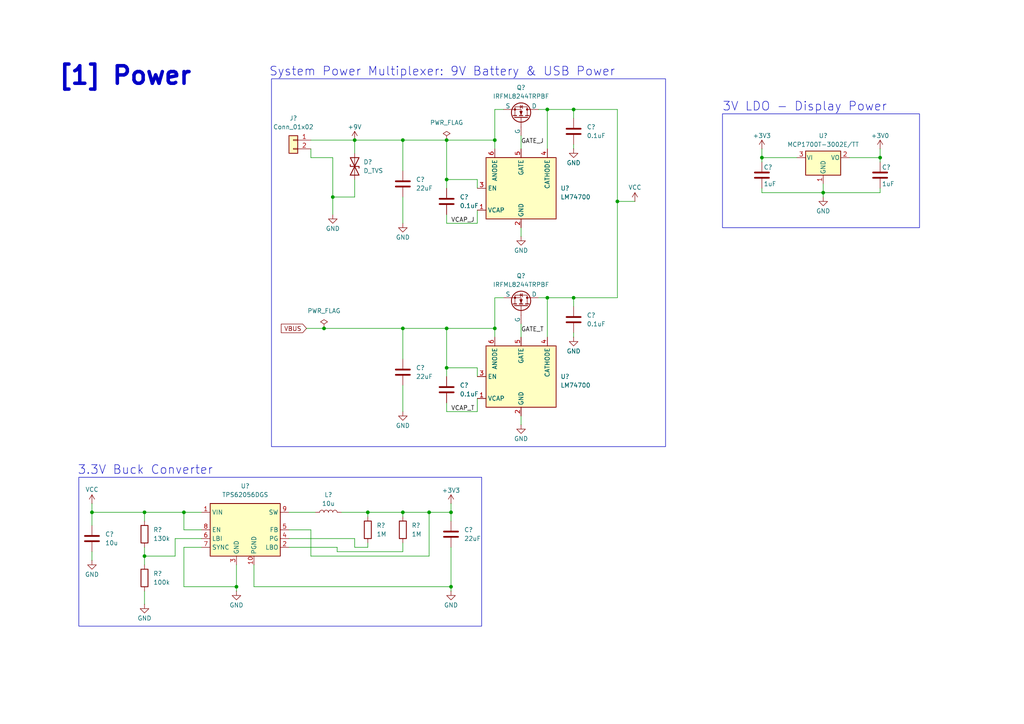
<source format=kicad_sch>
(kicad_sch (version 20231120) (generator "eeschema") (generator_version "8.0")
  (paper "A4")
  (lib_symbols
    (symbol "Connector_Generic:Conn_01x02" (pin_names (offset 1.016) hide)
      (property "Reference" "J" (at 0 2.54 0))
      (property "Value" "Conn_01x02" (at 0 -5.08 0))
      (symbol "Conn_01x02_1_1"
        (rectangle (start -1.27 -2.413) (end 0 -2.667) (stroke (width 0.1524)))
        (rectangle (start -1.27 0.127) (end 0 -0.127) (stroke (width 0.1524)))
        (rectangle (start -1.27 1.27) (end 1.27 -3.81) (stroke (width 0.254)) (fill (type background)))
        (pin passive line (at -5.08 0 0) (length 3.81) (name "Pin_1") (number "1"))
        (pin passive line (at -5.08 -2.54 0) (length 3.81) (name "Pin_2") (number "2"))
      )
    )
    (symbol "Device:C" (pin_numbers hide) (pin_names (offset 0.254))
      (property "Reference" "C" (at 0.635 2.54 0))
      (property "Value" "C" (at 0.635 -2.54 0))
      (symbol "C_0_1"
        (polyline (pts (xy -2.032 -0.762) (xy 2.032 -0.762)) (stroke (width 0.508)))
        (polyline (pts (xy -2.032 0.762) (xy 2.032 0.762)) (stroke (width 0.508)))
      )
      (symbol "C_1_1"
        (pin passive line (at 0 3.81 270) (length 2.794) (name "~") (number "1"))
        (pin passive line (at 0 -3.81 90) (length 2.794) (name "~") (number "2"))
      )
    )
    (symbol "Device:D_TVS" (pin_numbers hide) (pin_names (offset 1.016) hide)
      (property "Reference" "D" (at 0 2.54 0))
      (property "Value" "D_TVS" (at 0 -2.54 0))
      (symbol "D_TVS_0_1"
        (polyline (pts (xy 1.27 0) (xy -1.27 0)))
        (polyline (pts (xy 0.508 1.27) (xy 0 1.27) (xy 0 -1.27) (xy -0.508 -1.27)) (stroke (width 0.254)))
        (polyline (pts (xy -2.54 1.27) (xy -2.54 -1.27) (xy 2.54 1.27) (xy 2.54 -1.27) (xy -2.54 1.27)) (stroke (width 0.254)))
      )
      (symbol "D_TVS_1_1"
        (pin passive line (at -3.81 0 0) (length 2.54) (name "A1") (number "1"))
        (pin passive line (at 3.81 0 180) (length 2.54) (name "A2") (number "2"))
      )
    )
    (symbol "Device:L" (pin_numbers hide) (pin_names (offset 1.016) hide)
      (property "Reference" "L" (at -1.27 0 90))
      (property "Value" "L" (at 1.905 0 90))
      (symbol "L_0_1"
        (arc (start 0 -2.54) (mid 0.6323 -1.905) (end 0 -1.27))
        (arc (start 0 -1.27) (mid 0.6323 -0.635) (end 0 0))
        (arc (start 0 0) (mid 0.6323 0.635) (end 0 1.27))
        (arc (start 0 1.27) (mid 0.6323 1.905) (end 0 2.54))
      )
      (symbol "L_1_1"
        (pin passive line (at 0 3.81 270) (length 1.27) (name "1") (number "1"))
        (pin passive line (at 0 -3.81 90) (length 1.27) (name "2") (number "2"))
      )
    )
    (symbol "Device:R" (pin_numbers hide) (pin_names (offset 0))
      (property "Reference" "R" (at 2.032 0 90))
      (property "Value" "R" (at 0 0 90))
      (symbol "R_0_1"
        (rectangle (start -1.016 -2.54) (end 1.016 2.54) (stroke (width 0.254)))
      )
      (symbol "R_1_1"
        (pin passive line (at 0 3.81 270) (length 1.27) (name "~") (number "1"))
        (pin passive line (at 0 -3.81 90) (length 1.27) (name "~") (number "2"))
      )
    )
    (symbol "Power_Management:LM74700"
      (property "Reference" "U?" (at 11.43 1.2701 0))
      (property "Value" "LM74700" (at 11.43 -1.2699 0))
      (symbol "LM74700_0_1"
        (rectangle (start -10.16 10.16) (end 10.16 -7.62) (stroke (width 0.254)) (fill (type background)))
      )
      (symbol "LM74700_1_1"
        (pin passive line (at -12.7 -5.08 0) (length 2.54) (name "VCAP") (number "1"))
        (pin power_in line (at 0 -10.16 90) (length 2.54) (name "GND") (number "2"))
        (pin input line (at -12.7 1.27 0) (length 2.54) (name "EN") (number "3"))
        (pin input line (at 7.62 12.7 270) (length 2.54) (name "CATHODE") (number "4"))
        (pin output line (at 0 12.7 270) (length 2.54) (name "GATE") (number "5"))
        (pin power_in line (at -7.62 12.7 270) (length 2.54) (name "ANODE") (number "6"))
      )
    )
    (symbol "Regulator_Linear:MCP1700x-300xxTT" (pin_names (offset 0.254))
      (property "Reference" "U" (at -3.81 3.175 0))
      (property "Value" "MCP1700x-300xxTT" (at 0 3.175 0))
      (symbol "MCP1700x-300xxTT_0_1"
        (rectangle (start -5.08 1.905) (end 5.08 -5.08) (stroke (width 0.254)) (fill (type background)))
      )
      (symbol "MCP1700x-300xxTT_1_1"
        (pin power_in line (at 0 -7.62 90) (length 2.54) (name "GND") (number "1"))
        (pin power_out line (at 7.62 0 180) (length 2.54) (name "VO") (number "2"))
        (pin power_in line (at -7.62 0 0) (length 2.54) (name "VI") (number "3"))
      )
    )
    (symbol "Regulator_Switching:TPS62056DGS"
      (property "Reference" "U" (at 0 11.43 0))
      (property "Value" "TPS62056DGS" (at 0 8.89 0))
      (symbol "TPS62056DGS_1_1"
        (rectangle (start -10.16 7.62) (end 10.16 -7.62) (stroke (width 0.254)) (fill (type background)))
        (pin power_in line (at -12.7 5.08 0) (length 2.54) (name "VIN") (number "1"))
        (pin power_in line (at 2.54 -10.16 90) (length 2.54) (name "PGND") (number "10"))
        (pin open_collector line (at 12.7 -5.08 180) (length 2.54) (name "LBO") (number "2"))
        (pin power_in line (at -2.54 -10.16 90) (length 2.54) (name "GND") (number "3"))
        (pin open_collector line (at 12.7 -2.54 180) (length 2.54) (name "PG") (number "4"))
        (pin input line (at 12.7 0 180) (length 2.54) (name "FB") (number "5"))
        (pin input line (at -12.7 -2.54 0) (length 2.54) (name "LBI") (number "6"))
        (pin input line (at -12.7 -5.08 0) (length 2.54) (name "SYNC") (number "7"))
        (pin input line (at -12.7 0 0) (length 2.54) (name "EN") (number "8"))
        (pin power_out line (at 12.7 5.08 180) (length 2.54) (name "SW") (number "9"))
      )
    )
    (symbol "Simulation_SPICE:NMOS" (pin_numbers hide) (pin_names (offset 0))
      (property "Reference" "Q?" (at 6.35 1.2701 0))
      (property "Value" "NMOS" (at 6.35 -1.2699 0))
      (symbol "NMOS_0_1"
        (polyline (pts (xy 0.254 0) (xy -2.54 0)))
        (polyline (pts (xy 0.254 1.905) (xy 0.254 -1.905)) (stroke (width 0.254)))
        (polyline (pts (xy 0.762 -1.27) (xy 0.762 -2.286)) (stroke (width 0.254)))
        (polyline (pts (xy 0.762 0.508) (xy 0.762 -0.508)) (stroke (width 0.254)))
        (polyline (pts (xy 0.762 2.286) (xy 0.762 1.27)) (stroke (width 0.254)))
        (polyline (pts (xy 2.54 2.54) (xy 2.54 1.778)))
        (polyline (pts (xy 2.54 -2.54) (xy 2.54 0) (xy 0.762 0)))
        (polyline (pts (xy 0.762 -1.778) (xy 3.302 -1.778) (xy 3.302 1.778) (xy 0.762 1.778)))
        (polyline (pts (xy 1.016 0) (xy 2.032 0.381) (xy 2.032 -0.381) (xy 1.016 0)) (fill (type outline)))
        (polyline (pts (xy 2.794 0.508) (xy 2.921 0.381) (xy 3.683 0.381) (xy 3.81 0.254)))
        (polyline (pts (xy 3.302 0.381) (xy 2.921 -0.254) (xy 3.683 -0.254) (xy 3.302 0.381)))
        (circle (center 1.651 0) (radius 2.794) (stroke (width 0.254)))
        (circle (center 2.54 -1.778) (radius 0.254) (fill (type outline)))
        (circle (center 2.54 1.778) (radius 0.254) (fill (type outline)))
      )
      (symbol "NMOS_1_1"
        (pin input line (at -5.08 0 0) (length 2.54) (name "G") (number "1"))
        (pin passive line (at 2.54 -5.08 90) (length 2.54) (name "S") (number "2"))
        (pin passive line (at 2.54 5.08 270) (length 2.54) (name "D") (number "3"))
      )
    )
    (symbol "power:+3V0" (power) (pin_numbers hide) (pin_names (offset 0) hide)
      (property "Value" "+3V0" (at 0 3.556 0))
      (symbol "+3V0_0_1"
        (polyline (pts (xy -0.762 1.27) (xy 0 2.54)))
        (polyline (pts (xy 0 0) (xy 0 2.54)))
        (polyline (pts (xy 0 2.54) (xy 0.762 1.27)))
      )
      (symbol "+3V0_1_1"
        (pin power_in line (at 0 0 90) (length 0) (name "~") (number "1"))
      )
    )
    (symbol "power:+3V3" (power) (pin_numbers hide) (pin_names (offset 0) hide)
      (property "Value" "+3V3" (at 0 3.556 0))
      (symbol "+3V3_0_1"
        (polyline (pts (xy -0.762 1.27) (xy 0 2.54)))
        (polyline (pts (xy 0 0) (xy 0 2.54)))
        (polyline (pts (xy 0 2.54) (xy 0.762 1.27)))
      )
      (symbol "+3V3_1_1"
        (pin power_in line (at 0 0 90) (length 0) (name "~") (number "1"))
      )
    )
    (symbol "power:+9V" (power) (pin_numbers hide) (pin_names (offset 0) hide)
      (property "Value" "+9V" (at 0 3.556 0))
      (symbol "+9V_0_1"
        (polyline (pts (xy -0.762 1.27) (xy 0 2.54)))
        (polyline (pts (xy 0 0) (xy 0 2.54)))
        (polyline (pts (xy 0 2.54) (xy 0.762 1.27)))
      )
      (symbol "+9V_1_1"
        (pin power_in line (at 0 0 90) (length 0) (name "~") (number "1"))
      )
    )
    (symbol "power:GND" (power) (pin_numbers hide) (pin_names (offset 0) hide)
      (property "Value" "GND" (at 0 -3.81 0))
      (symbol "GND_0_1"
        (polyline (pts (xy 0 0) (xy 0 -1.27) (xy 1.27 -1.27) (xy 0 -2.54) (xy -1.27 -1.27) (xy 0 -1.27)))
      )
      (symbol "GND_1_1"
        (pin power_in line (at 0 0 270) (length 0) (name "~") (number "1"))
      )
    )
    (symbol "power:PWR_FLAG" (power) (pin_numbers hide) (pin_names (offset 0) hide)
      (property "Value" "PWR_FLAG" (at 0 3.81 0))
      (symbol "PWR_FLAG_0_0"
        (pin power_out line (at 0 0 90) (length 0) (name "~") (number "1"))
      )
      (symbol "PWR_FLAG_0_1"
        (polyline (pts (xy 0 0) (xy 0 1.27) (xy -1.016 1.905) (xy 0 2.54) (xy 1.016 1.905) (xy 0 1.27)))
      )
    )
    (symbol "power:VCC" (power) (pin_numbers hide) (pin_names (offset 0) hide)
      (property "Value" "VCC" (at 0 3.556 0))
      (symbol "VCC_0_1"
        (polyline (pts (xy -0.762 1.27) (xy 0 2.54)))
        (polyline (pts (xy 0 0) (xy 0 2.54)))
        (polyline (pts (xy 0 2.54) (xy 0.762 1.27)))
      )
      (symbol "VCC_1_1"
        (pin power_in line (at 0 0 90) (length 0) (name "~") (number "1"))
      )
    )
  )
  (junction (at 130.81 170.18))
  (junction (at 26.67 148.59))
  (junction (at 143.51 40.64))
  (junction (at 238.76 55.88))
  (junction (at 116.84 40.64))
  (junction (at 124.46 148.59))
  (junction (at 143.51 95.25))
  (junction (at 166.37 86.36))
  (junction (at 102.87 40.64))
  (junction (at 106.68 148.59))
  (junction (at 166.37 31.75))
  (junction (at 129.54 95.25))
  (junction (at 255.27 45.72))
  (junction (at 41.91 161.29))
  (junction (at 158.75 86.36))
  (junction (at 129.54 52.07))
  (junction (at 96.52 57.15))
  (junction (at 116.84 148.59))
  (junction (at 220.98 45.72))
  (junction (at 41.91 148.59))
  (junction (at 130.81 148.59))
  (junction (at 68.58 170.18))
  (junction (at 93.98 95.25))
  (junction (at 158.75 31.75))
  (junction (at 129.54 106.68))
  (junction (at 129.54 40.64))
  (junction (at 116.84 95.25))
  (junction (at 53.34 148.59))
  (junction (at 179.07 58.42))
  (wire (pts (xy 116.84 104.14) (xy 116.84 95.25)))
  (wire (pts (xy 41.91 148.59) (xy 41.91 151.13)))
  (wire (pts (xy 83.82 158.75) (xy 97.79 158.75)))
  (wire (pts (xy 58.42 153.67) (xy 53.34 153.67)))
  (wire (pts (xy 116.84 111.76) (xy 116.84 119.38)))
  (wire (pts (xy 90.17 43.18) (xy 90.17 45.72)))
  (wire (pts (xy 138.43 109.22) (xy 138.43 106.68)))
  (wire (pts (xy 220.98 43.18) (xy 220.98 45.72)))
  (wire (pts (xy 158.75 86.36) (xy 156.21 86.36)))
  (wire (pts (xy 129.54 40.64) (xy 143.51 40.64)))
  (wire (pts (xy 166.37 41.91) (xy 166.37 43.18)))
  (wire (pts (xy 102.87 158.75) (xy 106.68 158.75)))
  (wire (pts (xy 143.51 97.79) (xy 143.51 95.25)))
  (wire (pts (xy 96.52 45.72) (xy 96.52 57.15)))
  (wire (pts (xy 238.76 53.34) (xy 238.76 55.88)))
  (wire (pts (xy 102.87 44.45) (xy 102.87 40.64)))
  (wire (pts (xy 255.27 46.99) (xy 255.27 45.72)))
  (wire (pts (xy 116.84 160.02) (xy 116.84 157.48)))
  (wire (pts (xy 166.37 31.75) (xy 179.07 31.75)))
  (wire (pts (xy 53.34 153.67) (xy 53.34 148.59)))
  (wire (pts (xy 50.8 156.21) (xy 50.8 161.29)))
  (wire (pts (xy 73.66 170.18) (xy 130.81 170.18)))
  (wire (pts (xy 53.34 148.59) (xy 58.42 148.59)))
  (wire (pts (xy 151.13 39.37) (xy 151.13 43.18)))
  (wire (pts (xy 238.76 55.88) (xy 255.27 55.88)))
  (wire (pts (xy 26.67 148.59) (xy 26.67 152.4)))
  (wire (pts (xy 102.87 40.64) (xy 116.84 40.64)))
  (wire (pts (xy 41.91 148.59) (xy 53.34 148.59)))
  (wire (pts (xy 58.42 158.75) (xy 53.34 158.75)))
  (wire (pts (xy 129.54 52.07) (xy 138.43 52.07)))
  (wire (pts (xy 90.17 161.29) (xy 124.46 161.29)))
  (wire (pts (xy 158.75 31.75) (xy 166.37 31.75)))
  (wire (pts (xy 26.67 160.02) (xy 26.67 162.56)))
  (wire (pts (xy 129.54 52.07) (xy 129.54 54.61)))
  (wire (pts (xy 41.91 171.45) (xy 41.91 175.26)))
  (wire (pts (xy 129.54 106.68) (xy 138.43 106.68)))
  (wire (pts (xy 116.84 49.53) (xy 116.84 40.64)))
  (wire (pts (xy 41.91 158.75) (xy 41.91 161.29)))
  (wire (pts (xy 129.54 116.84) (xy 129.54 119.38)))
  (wire (pts (xy 231.14 45.72) (xy 220.98 45.72)))
  (wire (pts (xy 146.05 31.75) (xy 143.51 31.75)))
  (wire (pts (xy 129.54 119.38) (xy 138.43 119.38)))
  (wire (pts (xy 116.84 148.59) (xy 116.84 149.86)))
  (wire (pts (xy 238.76 55.88) (xy 238.76 57.15)))
  (wire (pts (xy 73.66 163.83) (xy 73.66 170.18)))
  (wire (pts (xy 58.42 156.21) (xy 50.8 156.21)))
  (wire (pts (xy 129.54 64.77) (xy 138.43 64.77)))
  (wire (pts (xy 41.91 161.29) (xy 41.91 163.83)))
  (wire (pts (xy 220.98 45.72) (xy 220.98 46.99)))
  (wire (pts (xy 102.87 57.15) (xy 96.52 57.15)))
  (wire (pts (xy 138.43 54.61) (xy 138.43 52.07)))
  (wire (pts (xy 53.34 158.75) (xy 53.34 170.18)))
  (wire (pts (xy 138.43 60.96) (xy 138.43 64.77)))
  (wire (pts (xy 83.82 156.21) (xy 102.87 156.21)))
  (wire (pts (xy 166.37 31.75) (xy 166.37 34.29)))
  (wire (pts (xy 129.54 106.68) (xy 129.54 109.22)))
  (wire (pts (xy 116.84 40.64) (xy 129.54 40.64)))
  (wire (pts (xy 68.58 170.18) (xy 68.58 171.45)))
  (wire (pts (xy 146.05 86.36) (xy 143.51 86.36)))
  (wire (pts (xy 26.67 148.59) (xy 41.91 148.59)))
  (wire (pts (xy 166.37 86.36) (xy 179.07 86.36)))
  (wire (pts (xy 158.75 43.18) (xy 158.75 31.75)))
  (wire (pts (xy 102.87 156.21) (xy 102.87 158.75)))
  (wire (pts (xy 97.79 158.75) (xy 97.79 160.02)))
  (wire (pts (xy 90.17 40.64) (xy 102.87 40.64)))
  (wire (pts (xy 97.79 160.02) (xy 116.84 160.02)))
  (wire (pts (xy 179.07 58.42) (xy 179.07 86.36)))
  (wire (pts (xy 68.58 163.83) (xy 68.58 170.18)))
  (wire (pts (xy 83.82 148.59) (xy 91.44 148.59)))
  (wire (pts (xy 143.51 31.75) (xy 143.51 40.64)))
  (wire (pts (xy 116.84 148.59) (xy 124.46 148.59)))
  (wire (pts (xy 129.54 40.64) (xy 129.54 52.07)))
  (wire (pts (xy 166.37 86.36) (xy 166.37 88.9)))
  (wire (pts (xy 102.87 52.07) (xy 102.87 57.15)))
  (wire (pts (xy 246.38 45.72) (xy 255.27 45.72)))
  (wire (pts (xy 99.06 148.59) (xy 106.68 148.59)))
  (wire (pts (xy 151.13 66.04) (xy 151.13 68.58)))
  (wire (pts (xy 151.13 120.65) (xy 151.13 123.19)))
  (wire (pts (xy 96.52 57.15) (xy 96.52 62.23)))
  (wire (pts (xy 129.54 95.25) (xy 129.54 106.68)))
  (wire (pts (xy 130.81 146.05) (xy 130.81 148.59)))
  (wire (pts (xy 255.27 43.18) (xy 255.27 45.72)))
  (wire (pts (xy 130.81 158.75) (xy 130.81 170.18)))
  (wire (pts (xy 158.75 97.79) (xy 158.75 86.36)))
  (wire (pts (xy 116.84 95.25) (xy 129.54 95.25)))
  (wire (pts (xy 129.54 95.25) (xy 143.51 95.25)))
  (wire (pts (xy 106.68 158.75) (xy 106.68 157.48)))
  (wire (pts (xy 138.43 115.57) (xy 138.43 119.38)))
  (wire (pts (xy 129.54 62.23) (xy 129.54 64.77)))
  (wire (pts (xy 106.68 148.59) (xy 116.84 148.59)))
  (wire (pts (xy 130.81 170.18) (xy 130.81 171.45)))
  (wire (pts (xy 90.17 45.72) (xy 96.52 45.72)))
  (wire (pts (xy 255.27 54.61) (xy 255.27 55.88)))
  (wire (pts (xy 151.13 93.98) (xy 151.13 97.79)))
  (wire (pts (xy 124.46 148.59) (xy 124.46 161.29)))
  (wire (pts (xy 143.51 86.36) (xy 143.51 95.25)))
  (wire (pts (xy 124.46 148.59) (xy 130.81 148.59)))
  (wire (pts (xy 53.34 170.18) (xy 68.58 170.18)))
  (wire (pts (xy 106.68 148.59) (xy 106.68 149.86)))
  (wire (pts (xy 179.07 31.75) (xy 179.07 58.42)))
  (wire (pts (xy 158.75 86.36) (xy 166.37 86.36)))
  (wire (pts (xy 130.81 151.13) (xy 130.81 148.59)))
  (wire (pts (xy 143.51 43.18) (xy 143.51 40.64)))
  (wire (pts (xy 88.9 95.25) (xy 93.98 95.25)))
  (wire (pts (xy 220.98 55.88) (xy 238.76 55.88)))
  (wire (pts (xy 116.84 57.15) (xy 116.84 64.77)))
  (wire (pts (xy 90.17 153.67) (xy 90.17 161.29)))
  (wire (pts (xy 166.37 96.52) (xy 166.37 97.79)))
  (wire (pts (xy 220.98 54.61) (xy 220.98 55.88)))
  (wire (pts (xy 26.67 146.05) (xy 26.67 148.59)))
  (wire (pts (xy 93.98 95.25) (xy 116.84 95.25)))
  (wire (pts (xy 158.75 31.75) (xy 156.21 31.75)))
  (wire (pts (xy 50.8 161.29) (xy 41.91 161.29)))
  (wire (pts (xy 83.82 153.67) (xy 90.17 153.67)))
  (wire (pts (xy 179.07 58.42) (xy 184.15 58.42)))
  (rectangle (start 209.55 33.02) (end 266.7 66.04))
  (rectangle (start 22.86 138.43) (end 139.7 181.61))
  (rectangle (start 78.74 22.86) (end 193.04 129.54))
  (text "[1] Power" (at 36.322 22.098 0) (effects (font (size 5.08 5.08) (thickness 1.016) (bold yes))))
  (text "3.3V Buck Converter" (at 42.164 136.398 0) (effects (font (size 2.54 2.54))))
  (text "3V LDO - Display Power" (at 233.426 30.988 0) (effects (font (size 2.54 2.54))))
  (text "System Power Multiplexer: 9V Battery & USB Power" (at 128.27 20.828 0) (effects (font (size 2.54 2.54))))
  (label "VCAP_T" (at 130.81 119.38 0))
  (label "VCAP_J" (at 130.81 64.77 0))
  (label "GATE_T" (at 151.13 96.52 0))
  (label "GATE_J" (at 151.13 41.91 0))
  (global_label "VBUS" (shape input) (at 88.9 95.25 180) (property "Intersheetrefs" "${INTERSHEET_REFS}" (effects (hide yes))))
  (symbol (lib_id "Device:C") (at 166.37 92.71 0) (unit 1)
    (property "Reference" "C?" (at 170.18 91.4399 0) (effects (justify left)))
    (property "Value" "0.1uF" (at 170.18 93.9799 0) (effects (justify left)))
    (property "Footprint" "Capacitor_SMD:C_0402_1005Metric" (effects (hide yes)))
    (property "Description" "Unpolarized capacitor" (effects (hide yes)))
  )
  (symbol (lib_id "power:GND") (at 41.91 175.26 0) (unit 1)
    (property "Reference" "#PWR03" (effects (hide yes)))
    (property "Value" "GND" (at 41.91 179.324 0))
    (property "Description" "Power symbol creates a global label with name \"GND\" , ground" (effects (hide yes)))
  )
  (symbol (lib_id "Device:C") (at 116.84 53.34 0) (unit 1)
    (property "Reference" "C?" (at 120.65 52.0699 0) (effects (justify left)))
    (property "Value" "22uF" (at 120.65 54.6099 0) (effects (justify left)))
    (property "Footprint" "Capacitor_SMD:C_1206_3216Metric" (effects (hide yes)))
    (property "Description" "Unpolarized capacitor" (effects (hide yes)))
  )
  (symbol (lib_id "power:GND") (at 238.76 57.15 0) (unit 1)
    (property "Reference" "#PWR029" (effects (hide yes)))
    (property "Value" "GND" (at 238.76 61.214 0))
    (property "Description" "Power symbol creates a global label with name \"GND\" , ground" (effects (hide yes)))
  )
  (symbol (lib_id "power:+3V0") (at 255.27 43.18 0) (unit 1)
    (property "Reference" "#PWR028" (effects (hide yes)))
    (property "Value" "+3V0" (at 255.27 39.37 0))
    (property "Description" "Power symbol creates a global label with name \"+3V0\"" (effects (hide yes)))
  )
  (symbol (lib_id "power:GND") (at 116.84 119.38 0) (unit 1)
    (property "Reference" "#PWR025" (effects (hide yes)))
    (property "Value" "GND" (at 116.84 123.444 0))
    (property "Description" "Power symbol creates a global label with name \"GND\" , ground" (effects (hide yes)))
  )
  (symbol (lib_id "Device:C") (at 116.84 107.95 0) (unit 1)
    (property "Reference" "C?" (at 120.65 106.6799 0) (effects (justify left)))
    (property "Value" "22uF" (at 120.65 109.2199 0) (effects (justify left)))
    (property "Footprint" "Capacitor_SMD:C_1206_3216Metric" (effects (hide yes)))
    (property "Description" "Unpolarized capacitor" (effects (hide yes)))
  )
  (symbol (lib_id "Simulation_SPICE:NMOS") (at 151.13 88.9 270) (mirror x) (unit 1)
    (property "Reference" "Q?" (at 151.13 80.01 90))
    (property "Value" "IRFML8244TRPBF" (at 151.13 82.55 90))
    (property "Footprint" "Package_TO_SOT_SMD:SOT-23" (effects (hide yes)))
    (property "Datasheet" "https://ngspice.sourceforge.io/docs/ngspice-html-manual/manual.xhtml#cha_MOSFETs" (effects (hide yes)))
    (property "Description" "N-MOSFET transistor, drain/source/gate" (effects (hide yes)))
    (property "Sim.Device" "NMOS" (effects (hide yes)))
    (property "Sim.Type" "VDMOS" (effects (hide yes)))
    (property "Sim.Pins" "1=D 2=G 3=S" (effects (hide yes)))
  )
  (symbol (lib_id "Device:L") (at 95.25 148.59 90) (unit 1)
    (property "Reference" "L?" (at 95.25 143.51 90))
    (property "Value" "10u" (at 95.25 146.05 90))
    (property "Description" "Inductor" (effects (hide yes)))
  )
  (symbol (lib_id "power:GND") (at 151.13 68.58 0) (unit 1)
    (property "Reference" "#PWR011" (effects (hide yes)))
    (property "Value" "GND" (at 151.13 72.644 0))
    (property "Description" "Power symbol creates a global label with name \"GND\" , ground" (effects (hide yes)))
  )
  (symbol (lib_id "Device:C") (at 130.81 154.94 0) (unit 1)
    (property "Reference" "C?" (at 134.62 153.6699 0) (effects (justify left)))
    (property "Value" "22uF" (at 134.62 156.2099 0) (effects (justify left)))
    (property "Description" "Unpolarized capacitor" (effects (hide yes)))
  )
  (symbol (lib_id "power:+9V") (at 102.87 40.64 0) (unit 1)
    (property "Reference" "#PWR09" (effects (hide yes)))
    (property "Value" "+9V" (at 102.87 36.83 0))
    (property "Description" "Power symbol creates a global label with name \"+9V\"" (effects (hide yes)))
  )
  (symbol (lib_id "Device:C") (at 166.37 38.1 0) (unit 1)
    (property "Reference" "C?" (at 170.18 36.8299 0) (effects (justify left)))
    (property "Value" "0.1uF" (at 170.18 39.3699 0) (effects (justify left)))
    (property "Footprint" "Capacitor_SMD:C_0402_1005Metric" (effects (hide yes)))
    (property "Description" "Unpolarized capacitor" (effects (hide yes)))
  )
  (symbol (lib_id "power:GND") (at 26.67 162.56 0) (unit 1)
    (property "Reference" "#PWR02" (effects (hide yes)))
    (property "Value" "GND" (at 26.67 166.624 0))
    (property "Description" "Power symbol creates a global label with name \"GND\" , ground" (effects (hide yes)))
  )
  (symbol (lib_id "power:GND") (at 166.37 43.18 0) (unit 1)
    (property "Reference" "#PWR023" (effects (hide yes)))
    (property "Value" "GND" (at 166.37 47.244 0))
    (property "Description" "Power symbol creates a global label with name \"GND\" , ground" (effects (hide yes)))
  )
  (symbol (lib_id "Device:C") (at 129.54 58.42 0) (unit 1)
    (property "Reference" "C?" (at 133.35 57.1499 0) (effects (justify left)))
    (property "Value" "0.1uF" (at 133.35 59.6899 0) (effects (justify left)))
    (property "Footprint" "Capacitor_SMD:C_0402_1005Metric" (effects (hide yes)))
    (property "Description" "Unpolarized capacitor" (effects (hide yes)))
  )
  (symbol (lib_id "power:+3V3") (at 220.98 43.18 0) (unit 1)
    (property "Reference" "#PWR010" (effects (hide yes)))
    (property "Value" "+3V3" (at 220.98 39.37 0))
    (property "Description" "Power symbol creates a global label with name \"+3V3\"" (effects (hide yes)))
  )
  (symbol (lib_id "Regulator_Switching:TPS62056DGS") (at 71.12 153.67 0) (unit 1)
    (property "Reference" "U?" (at 71.12 140.97 0))
    (property "Value" "TPS62056DGS" (at 71.12 143.51 0))
    (property "Footprint" "Package_SO:VSSOP-10_3x3mm_P0.5mm" (effects (hide yes)))
    (property "Datasheet" "http://www.ti.com/lit/ds/symlink/tps62056.pdf" (effects (hide yes)))
    (property "Description" "800 mA Step-Down Converter, Adjustable Output Voltage, 0.7-6V Input Voltage, VSSOP-10" (effects (hide yes)))
  )
  (symbol (lib_id "power:VCC") (at 184.15 58.42 0) (unit 1)
    (property "Reference" "#PWR024" (effects (hide yes)))
    (property "Value" "VCC" (at 184.15 54.356 0))
    (property "Description" "Power symbol creates a global label with name \"VCC\"" (effects (hide yes)))
  )
  (symbol (lib_id "Device:C") (at 26.67 156.21 0) (unit 1)
    (property "Reference" "C?" (at 30.48 154.9399 0) (effects (justify left)))
    (property "Value" "10u" (at 30.48 157.4799 0) (effects (justify left)))
    (property "Description" "Unpolarized capacitor" (effects (hide yes)))
  )
  (symbol (lib_id "Device:C") (at 129.54 113.03 0) (unit 1)
    (property "Reference" "C?" (at 133.35 111.7599 0) (effects (justify left)))
    (property "Value" "0.1uF" (at 133.35 114.2999 0) (effects (justify left)))
    (property "Footprint" "Capacitor_SMD:C_0402_1005Metric" (effects (hide yes)))
    (property "Description" "Unpolarized capacitor" (effects (hide yes)))
  )
  (symbol (lib_id "Simulation_SPICE:NMOS") (at 151.13 34.29 270) (mirror x) (unit 1)
    (property "Reference" "Q?" (at 151.13 25.4 90))
    (property "Value" "IRFML8244TRPBF" (at 151.13 27.94 90))
    (property "Footprint" "Package_TO_SOT_SMD:SOT-23" (effects (hide yes)))
    (property "Datasheet" "https://ngspice.sourceforge.io/docs/ngspice-html-manual/manual.xhtml#cha_MOSFETs" (effects (hide yes)))
    (property "Description" "N-MOSFET transistor, drain/source/gate" (effects (hide yes)))
    (property "Sim.Device" "NMOS" (effects (hide yes)))
    (property "Sim.Type" "VDMOS" (effects (hide yes)))
    (property "Sim.Pins" "1=D 2=G 3=S" (effects (hide yes)))
  )
  (symbol (lib_id "power:GND") (at 68.58 171.45 0) (unit 1)
    (property "Reference" "#PWR01" (effects (hide yes)))
    (property "Value" "GND" (at 68.58 175.514 0))
    (property "Description" "Power symbol creates a global label with name \"GND\" , ground" (effects (hide yes)))
  )
  (symbol (lib_id "Power_Management:LM74700") (at 151.13 110.49 0) (unit 1)
    (property "Reference" "U?" (at 162.56 109.2199 0) (effects (justify left)))
    (property "Value" "LM74700" (at 162.56 111.7599 0) (effects (justify left)))
    (property "Footprint" "Package_TO_SOT_SMD:SOT-23-6" (effects (hide yes)))
    (property "Datasheet" "http://www.ti.com/lit/gpn/LM74700-Q1" (effects (hide yes)))
    (property "Description" "Low Iq reverse battery protection ideal diode controller, SOT-23-6" (effects (hide yes)))
  )
  (symbol (lib_id "power:VCC") (at 26.67 146.05 0) (unit 1)
    (property "Reference" "#PWR06" (effects (hide yes)))
    (property "Value" "VCC" (at 26.67 141.986 0))
    (property "Description" "Power symbol creates a global label with name \"VCC\"" (effects (hide yes)))
  )
  (symbol (lib_id "Device:C") (at 255.27 50.8 0) (unit 1)
    (property "Reference" "C?" (at 255.778 48.514 0) (effects (justify left)))
    (property "Value" "1uF" (at 255.778 53.34 0) (effects (justify left)))
    (property "Footprint" "Capacitor_SMD:C_0402_1005Metric" (effects (hide yes)))
    (property "Description" "Unpolarized capacitor" (effects (hide yes)))
  )
  (symbol (lib_id "Regulator_Linear:MCP1700x-300xxTT") (at 238.76 45.72 0) (unit 1)
    (property "Reference" "U?" (at 238.76 39.37 0))
    (property "Value" "MCP1700T-3002E/TT" (at 238.76 41.91 0))
    (property "Footprint" "Package_TO_SOT_SMD:SOT-23" (effects (hide yes)))
    (property "Datasheet" "http://ww1.microchip.com/downloads/en/DeviceDoc/20001826D.pdf" (effects (hide yes)))
    (property "Description" "250mA Low Quiscent Current LDO, 3.0V output, SOT-23" (effects (hide yes)))
  )
  (symbol (lib_id "power:GND") (at 130.81 171.45 0) (unit 1)
    (property "Reference" "#PWR04" (effects (hide yes)))
    (property "Value" "GND" (at 130.81 175.514 0))
    (property "Description" "Power symbol creates a global label with name \"GND\" , ground" (effects (hide yes)))
  )
  (symbol (lib_id "power:PWR_FLAG") (at 93.98 95.25 0) (unit 1)
    (property "Reference" "#FLG03" (effects (hide yes)))
    (property "Value" "PWR_FLAG" (at 93.98 90.17 0))
    (property "Description" "Special symbol for telling ERC where power comes from" (effects (hide yes)))
  )
  (symbol (lib_id "Device:R") (at 41.91 167.64 0) (unit 1)
    (property "Reference" "R?" (at 44.45 166.3699 0) (effects (justify left)))
    (property "Value" "100k" (at 44.45 168.9099 0) (effects (justify left)))
    (property "Description" "Resistor" (effects (hide yes)))
  )
  (symbol (lib_id "Device:R") (at 116.84 153.67 0) (unit 1)
    (property "Reference" "R?" (at 119.38 152.3999 0) (effects (justify left)))
    (property "Value" "1M" (at 119.38 154.9399 0) (effects (justify left)))
    (property "Description" "Resistor" (effects (hide yes)))
  )
  (symbol (lib_id "Device:C") (at 220.98 50.8 0) (unit 1)
    (property "Reference" "C?" (at 221.488 48.514 0) (effects (justify left)))
    (property "Value" "1uF" (at 221.488 53.34 0) (effects (justify left)))
    (property "Footprint" "Capacitor_SMD:C_0402_1005Metric" (effects (hide yes)))
    (property "Description" "Unpolarized capacitor" (effects (hide yes)))
  )
  (symbol (lib_id "power:+3V3") (at 130.81 146.05 0) (unit 1)
    (property "Reference" "#PWR05" (effects (hide yes)))
    (property "Value" "+3V3" (at 130.81 142.24 0))
    (property "Description" "Power symbol creates a global label with name \"+3V3\"" (effects (hide yes)))
  )
  (symbol (lib_id "power:GND") (at 166.37 97.79 0) (unit 1)
    (property "Reference" "#PWR026" (effects (hide yes)))
    (property "Value" "GND" (at 166.37 101.854 0))
    (property "Description" "Power symbol creates a global label with name \"GND\" , ground" (effects (hide yes)))
  )
  (symbol (lib_id "Power_Management:LM74700") (at 151.13 55.88 0) (unit 1)
    (property "Reference" "U?" (at 162.56 54.6099 0) (effects (justify left)))
    (property "Value" "LM74700" (at 162.56 57.1499 0) (effects (justify left)))
    (property "Footprint" "Package_TO_SOT_SMD:SOT-23-6" (effects (hide yes)))
    (property "Datasheet" "http://www.ti.com/lit/gpn/LM74700-Q1" (effects (hide yes)))
    (property "Description" "Low Iq reverse battery protection ideal diode controller, SOT-23-6" (effects (hide yes)))
  )
  (symbol (lib_id "power:GND") (at 96.52 62.23 0) (unit 1)
    (property "Reference" "#PWR07" (effects (hide yes)))
    (property "Value" "GND" (at 96.52 66.294 0))
    (property "Description" "Power symbol creates a global label with name \"GND\" , ground" (effects (hide yes)))
  )
  (symbol (lib_id "Connector_Generic:Conn_01x02") (at 85.09 40.64 0) (mirror y) (unit 1)
    (property "Reference" "J?" (at 85.09 34.29 0))
    (property "Value" "Conn_01x02" (at 85.09 36.83 0))
    (property "Description" "Generic connector, single row, 01x02, script generated (kicad-library-utils/schlib/autogen/connector/)" (effects (hide yes)))
  )
  (symbol (lib_id "power:PWR_FLAG") (at 129.54 40.64 0) (unit 1)
    (property "Reference" "#FLG01" (effects (hide yes)))
    (property "Value" "PWR_FLAG" (at 129.54 35.56 0))
    (property "Description" "Special symbol for telling ERC where power comes from" (effects (hide yes)))
  )
  (symbol (lib_id "power:GND") (at 116.84 64.77 0) (unit 1)
    (property "Reference" "#PWR08" (effects (hide yes)))
    (property "Value" "GND" (at 116.84 68.834 0))
    (property "Description" "Power symbol creates a global label with name \"GND\" , ground" (effects (hide yes)))
  )
  (symbol (lib_id "Device:R") (at 41.91 154.94 0) (unit 1)
    (property "Reference" "R?" (at 44.45 153.6699 0) (effects (justify left)))
    (property "Value" "130k" (at 44.45 156.2099 0) (effects (justify left)))
    (property "Description" "Resistor" (effects (hide yes)))
  )
  (symbol (lib_id "Device:R") (at 106.68 153.67 0) (unit 1)
    (property "Reference" "R?" (at 109.22 152.3999 0) (effects (justify left)))
    (property "Value" "1M" (at 109.22 154.9399 0) (effects (justify left)))
    (property "Description" "Resistor" (effects (hide yes)))
  )
  (symbol (lib_id "power:GND") (at 151.13 123.19 0) (unit 1)
    (property "Reference" "#PWR027" (effects (hide yes)))
    (property "Value" "GND" (at 151.13 127.254 0))
    (property "Description" "Power symbol creates a global label with name \"GND\" , ground" (effects (hide yes)))
  )
  (symbol (lib_id "Device:D_TVS") (at 102.87 48.26 90) (unit 1)
    (property "Reference" "D?" (at 105.41 46.9899 90) (effects (justify right)))
    (property "Value" "D_TVS" (at 105.41 49.5299 90) (effects (justify right)))
    (property "Footprint" "Diode_SMD:D_SOD-882" (effects (hide yes)))
    (property "Description" "Bidirectional transient-voltage-suppression diode" (effects (hide yes)))
  )
)
</source>
